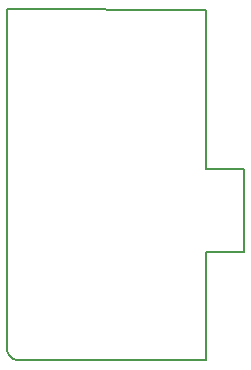
<source format=gbr>
%TF.GenerationSoftware,KiCad,Pcbnew,(5.0.2)-1*%
%TF.CreationDate,2019-01-25T23:08:12+01:00*%
%TF.ProjectId,HM-LC-Sw1-Pl-DN-R1_S26,484d2d4c-432d-4537-9731-2d506c2d444e,rev?*%
%TF.SameCoordinates,Original*%
%TF.FileFunction,Profile,NP*%
%FSLAX46Y46*%
G04 Gerber Fmt 4.6, Leading zero omitted, Abs format (unit mm)*
G04 Created by KiCad (PCBNEW (5.0.2)-1) date 25.01.2019 23:08:12*
%MOMM*%
%LPD*%
G01*
G04 APERTURE LIST*
%ADD10C,0.150000*%
G04 APERTURE END LIST*
D10*
X145415000Y-122351800D02*
G75*
G02X144424400Y-121361200I0J990600D01*
G01*
X144424400Y-121361200D02*
X144449800Y-92633800D01*
X161315400Y-92659200D02*
X144449800Y-92649040D01*
X161315400Y-106197400D02*
X161315400Y-92659200D01*
X161315400Y-122351800D02*
X145389600Y-122351800D01*
X161315400Y-119176800D02*
X161315400Y-122351800D01*
X161315400Y-113182400D02*
X161315400Y-119176800D01*
X164515800Y-106197400D02*
X161315400Y-106197400D01*
X164515800Y-113182400D02*
X164515800Y-106197400D01*
X161315400Y-113182400D02*
X164515800Y-113182400D01*
M02*

</source>
